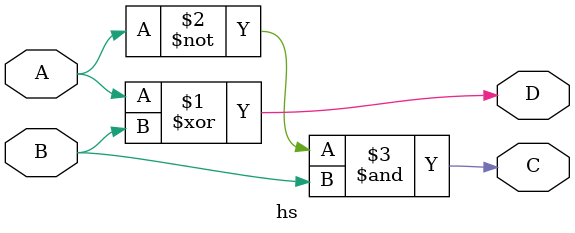
<source format=v>
module hs(output  D,C,input A,B);
assign D=A^B;
assign C=(~A&B);
endmodule

</source>
